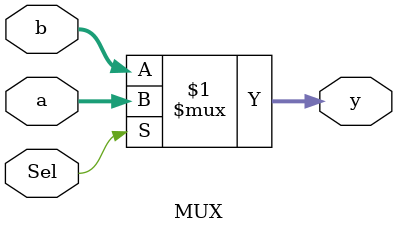
<source format=sv>
`timescale 1ns / 1ps


module MUX #(parameter N = 32)(input [N-1:0]a,b,
                               input Sel,
                               output [N-1:0] y
                                );
//assign y = (~Sel&a) | (Sel&b);
assign y = Sel ? a:b;             
endmodule

</source>
